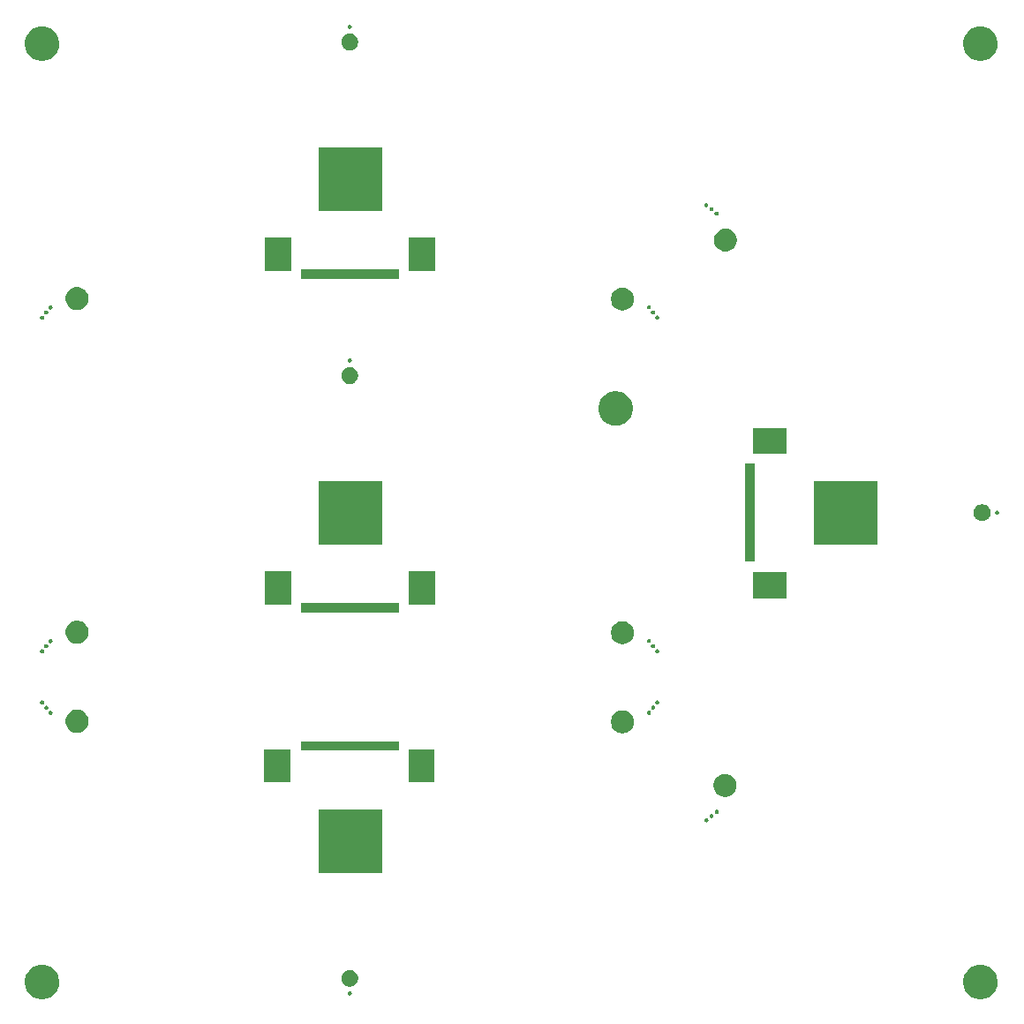
<source format=gbs>
G04 #@! TF.GenerationSoftware,KiCad,Pcbnew,5.1.2*
G04 #@! TF.CreationDate,2019-06-04T19:46:48+02:00*
G04 #@! TF.ProjectId,ohren,6f687265-6e2e-46b6-9963-61645f706362,rev?*
G04 #@! TF.SameCoordinates,Original*
G04 #@! TF.FileFunction,Soldermask,Bot*
G04 #@! TF.FilePolarity,Negative*
%FSLAX46Y46*%
G04 Gerber Fmt 4.6, Leading zero omitted, Abs format (unit mm)*
G04 Created by KiCad (PCBNEW 5.1.2) date 2019-06-04 19:46:48*
%MOMM*%
%LPD*%
G04 APERTURE LIST*
%ADD10C,0.100000*%
G04 APERTURE END LIST*
D10*
G36*
X185000000Y-153000000D02*
G01*
X179000000Y-153000000D01*
X179000000Y-147000000D01*
X185000000Y-147000000D01*
X185000000Y-153000000D01*
G37*
X185000000Y-153000000D02*
X179000000Y-153000000D01*
X179000000Y-147000000D01*
X185000000Y-147000000D01*
X185000000Y-153000000D01*
G36*
X137500000Y-184500000D02*
G01*
X131500000Y-184500000D01*
X131500000Y-178500000D01*
X137500000Y-178500000D01*
X137500000Y-184500000D01*
G37*
X137500000Y-184500000D02*
X131500000Y-184500000D01*
X131500000Y-178500000D01*
X137500000Y-178500000D01*
X137500000Y-184500000D01*
G36*
X137500000Y-121000000D02*
G01*
X131500000Y-121000000D01*
X131500000Y-115000000D01*
X137500000Y-115000000D01*
X137500000Y-121000000D01*
G37*
X137500000Y-121000000D02*
X131500000Y-121000000D01*
X131500000Y-115000000D01*
X137500000Y-115000000D01*
X137500000Y-121000000D01*
G36*
X137500000Y-153000000D02*
G01*
X131500000Y-153000000D01*
X131500000Y-147000000D01*
X137500000Y-147000000D01*
X137500000Y-153000000D01*
G37*
X137500000Y-153000000D02*
X131500000Y-153000000D01*
X131500000Y-147000000D01*
X137500000Y-147000000D01*
X137500000Y-153000000D01*
G36*
X195375256Y-193391298D02*
G01*
X195481579Y-193412447D01*
X195782042Y-193536903D01*
X196052451Y-193717585D01*
X196282415Y-193947549D01*
X196463097Y-194217958D01*
X196545277Y-194416357D01*
X196587553Y-194518422D01*
X196651000Y-194837389D01*
X196651000Y-195162611D01*
X196611769Y-195359837D01*
X196587553Y-195481579D01*
X196463097Y-195782042D01*
X196282415Y-196052451D01*
X196052451Y-196282415D01*
X195782042Y-196463097D01*
X195481579Y-196587553D01*
X195375256Y-196608702D01*
X195162611Y-196651000D01*
X194837389Y-196651000D01*
X194624744Y-196608702D01*
X194518421Y-196587553D01*
X194217958Y-196463097D01*
X193947549Y-196282415D01*
X193717585Y-196052451D01*
X193536903Y-195782042D01*
X193412447Y-195481579D01*
X193388231Y-195359837D01*
X193349000Y-195162611D01*
X193349000Y-194837389D01*
X193412447Y-194518422D01*
X193454724Y-194416357D01*
X193536903Y-194217958D01*
X193717585Y-193947549D01*
X193947549Y-193717585D01*
X194217958Y-193536903D01*
X194518421Y-193412447D01*
X194624744Y-193391298D01*
X194837389Y-193349000D01*
X195162611Y-193349000D01*
X195375256Y-193391298D01*
X195375256Y-193391298D01*
G37*
G36*
X105375256Y-193391298D02*
G01*
X105481579Y-193412447D01*
X105782042Y-193536903D01*
X106052451Y-193717585D01*
X106282415Y-193947549D01*
X106463097Y-194217958D01*
X106545277Y-194416357D01*
X106587553Y-194518422D01*
X106651000Y-194837389D01*
X106651000Y-195162611D01*
X106611769Y-195359837D01*
X106587553Y-195481579D01*
X106463097Y-195782042D01*
X106282415Y-196052451D01*
X106052451Y-196282415D01*
X105782042Y-196463097D01*
X105481579Y-196587553D01*
X105375256Y-196608702D01*
X105162611Y-196651000D01*
X104837389Y-196651000D01*
X104624744Y-196608702D01*
X104518421Y-196587553D01*
X104217958Y-196463097D01*
X103947549Y-196282415D01*
X103717585Y-196052451D01*
X103536903Y-195782042D01*
X103412447Y-195481579D01*
X103388231Y-195359837D01*
X103349000Y-195162611D01*
X103349000Y-194837389D01*
X103412447Y-194518422D01*
X103454724Y-194416357D01*
X103536903Y-194217958D01*
X103717585Y-193947549D01*
X103947549Y-193717585D01*
X104217958Y-193536903D01*
X104518421Y-193412447D01*
X104624744Y-193391298D01*
X104837389Y-193349000D01*
X105162611Y-193349000D01*
X105375256Y-193391298D01*
X105375256Y-193391298D01*
G37*
G36*
X134558626Y-195906723D02*
G01*
X134558627Y-195906723D01*
X134558630Y-195906724D01*
X134595209Y-195921876D01*
X134628130Y-195943873D01*
X134656127Y-195971870D01*
X134678124Y-196004791D01*
X134693276Y-196041370D01*
X134701000Y-196080203D01*
X134701000Y-196119797D01*
X134693276Y-196158630D01*
X134678124Y-196195209D01*
X134656127Y-196228130D01*
X134628130Y-196256127D01*
X134595209Y-196278124D01*
X134558630Y-196293276D01*
X134558627Y-196293277D01*
X134558626Y-196293277D01*
X134519798Y-196301000D01*
X134480202Y-196301000D01*
X134441374Y-196293277D01*
X134441373Y-196293277D01*
X134441370Y-196293276D01*
X134404791Y-196278124D01*
X134371870Y-196256127D01*
X134343873Y-196228130D01*
X134321876Y-196195209D01*
X134306724Y-196158630D01*
X134299000Y-196119797D01*
X134299000Y-196080203D01*
X134306724Y-196041370D01*
X134321876Y-196004791D01*
X134343873Y-195971870D01*
X134371870Y-195943873D01*
X134404791Y-195921876D01*
X134441370Y-195906724D01*
X134441373Y-195906723D01*
X134441374Y-195906723D01*
X134480202Y-195899000D01*
X134519798Y-195899000D01*
X134558626Y-195906723D01*
X134558626Y-195906723D01*
G37*
G36*
X134733642Y-193879781D02*
G01*
X134879414Y-193940162D01*
X134879416Y-193940163D01*
X135010608Y-194027822D01*
X135122178Y-194139392D01*
X135174675Y-194217960D01*
X135209838Y-194270586D01*
X135270219Y-194416358D01*
X135301000Y-194571107D01*
X135301000Y-194728893D01*
X135270219Y-194883642D01*
X135209838Y-195029414D01*
X135209837Y-195029416D01*
X135122178Y-195160608D01*
X135010608Y-195272178D01*
X134879416Y-195359837D01*
X134879415Y-195359838D01*
X134879414Y-195359838D01*
X134733642Y-195420219D01*
X134578893Y-195451000D01*
X134421107Y-195451000D01*
X134266358Y-195420219D01*
X134120586Y-195359838D01*
X134120585Y-195359838D01*
X134120584Y-195359837D01*
X133989392Y-195272178D01*
X133877822Y-195160608D01*
X133790163Y-195029416D01*
X133790162Y-195029414D01*
X133729781Y-194883642D01*
X133699000Y-194728893D01*
X133699000Y-194571107D01*
X133729781Y-194416358D01*
X133790162Y-194270586D01*
X133825325Y-194217960D01*
X133877822Y-194139392D01*
X133989392Y-194027822D01*
X134120584Y-193940163D01*
X134120586Y-193940162D01*
X134266358Y-193879781D01*
X134421107Y-193849000D01*
X134578893Y-193849000D01*
X134733642Y-193879781D01*
X134733642Y-193879781D01*
G37*
G36*
X168768626Y-179306723D02*
G01*
X168768627Y-179306723D01*
X168768630Y-179306724D01*
X168805209Y-179321876D01*
X168805210Y-179321877D01*
X168805212Y-179321878D01*
X168840445Y-179345420D01*
X168862056Y-179356971D01*
X168876372Y-179361314D01*
X168877513Y-179372900D01*
X168884626Y-179396349D01*
X168888121Y-179404787D01*
X168888124Y-179404791D01*
X168903276Y-179441370D01*
X168911000Y-179480203D01*
X168911000Y-179519797D01*
X168903276Y-179558630D01*
X168888124Y-179595209D01*
X168866127Y-179628130D01*
X168838130Y-179656127D01*
X168805209Y-179678124D01*
X168768630Y-179693276D01*
X168768627Y-179693277D01*
X168768626Y-179693277D01*
X168729798Y-179701000D01*
X168690202Y-179701000D01*
X168651374Y-179693277D01*
X168651373Y-179693277D01*
X168651370Y-179693276D01*
X168614791Y-179678124D01*
X168581870Y-179656127D01*
X168553873Y-179628130D01*
X168531876Y-179595209D01*
X168516724Y-179558630D01*
X168509000Y-179519797D01*
X168509000Y-179480203D01*
X168516724Y-179441370D01*
X168531876Y-179404791D01*
X168553873Y-179371870D01*
X168581870Y-179343873D01*
X168614791Y-179321876D01*
X168651370Y-179306724D01*
X168651373Y-179306723D01*
X168651374Y-179306723D01*
X168690202Y-179299000D01*
X168729798Y-179299000D01*
X168768626Y-179306723D01*
X168768626Y-179306723D01*
G37*
G36*
X169258626Y-178896723D02*
G01*
X169258627Y-178896723D01*
X169258630Y-178896724D01*
X169295209Y-178911876D01*
X169295210Y-178911877D01*
X169295212Y-178911878D01*
X169332817Y-178937005D01*
X169354428Y-178948556D01*
X169373009Y-178954192D01*
X169372739Y-178956929D01*
X169375141Y-178981315D01*
X169382251Y-179004754D01*
X169393276Y-179031370D01*
X169401000Y-179070203D01*
X169401000Y-179109797D01*
X169393276Y-179148630D01*
X169378124Y-179185209D01*
X169356127Y-179218130D01*
X169328130Y-179246127D01*
X169295209Y-179268124D01*
X169258630Y-179283276D01*
X169258627Y-179283277D01*
X169258626Y-179283277D01*
X169219798Y-179291000D01*
X169180202Y-179291000D01*
X169141374Y-179283277D01*
X169141373Y-179283277D01*
X169141370Y-179283276D01*
X169104791Y-179268124D01*
X169071870Y-179246127D01*
X169071869Y-179246126D01*
X169069555Y-179244580D01*
X169047944Y-179233029D01*
X169033628Y-179228686D01*
X169032487Y-179217100D01*
X169025374Y-179193651D01*
X169021879Y-179185213D01*
X169021876Y-179185209D01*
X169006724Y-179148630D01*
X168999000Y-179109797D01*
X168999000Y-179070203D01*
X169006724Y-179031370D01*
X169021876Y-178994791D01*
X169043873Y-178961870D01*
X169071870Y-178933873D01*
X169104791Y-178911876D01*
X169141370Y-178896724D01*
X169141373Y-178896723D01*
X169141374Y-178896723D01*
X169180202Y-178889000D01*
X169219798Y-178889000D01*
X169258626Y-178896723D01*
X169258626Y-178896723D01*
G37*
G36*
X169758626Y-178506723D02*
G01*
X169758627Y-178506723D01*
X169758630Y-178506724D01*
X169795209Y-178521876D01*
X169828130Y-178543873D01*
X169856127Y-178571870D01*
X169878124Y-178604791D01*
X169893276Y-178641370D01*
X169901000Y-178680203D01*
X169901000Y-178719797D01*
X169893276Y-178758630D01*
X169878124Y-178795209D01*
X169856127Y-178828130D01*
X169828130Y-178856127D01*
X169795209Y-178878124D01*
X169758630Y-178893276D01*
X169758627Y-178893277D01*
X169758626Y-178893277D01*
X169719798Y-178901000D01*
X169680202Y-178901000D01*
X169641374Y-178893277D01*
X169641373Y-178893277D01*
X169641370Y-178893276D01*
X169604791Y-178878124D01*
X169571870Y-178856127D01*
X169571869Y-178856126D01*
X169567183Y-178852995D01*
X169545572Y-178841444D01*
X169526991Y-178835808D01*
X169527261Y-178833071D01*
X169524859Y-178808685D01*
X169517749Y-178785246D01*
X169506724Y-178758630D01*
X169499000Y-178719797D01*
X169499000Y-178680203D01*
X169506724Y-178641370D01*
X169521876Y-178604791D01*
X169543873Y-178571870D01*
X169571870Y-178543873D01*
X169604791Y-178521876D01*
X169641370Y-178506724D01*
X169641373Y-178506723D01*
X169641374Y-178506723D01*
X169680202Y-178499000D01*
X169719798Y-178499000D01*
X169758626Y-178506723D01*
X169758626Y-178506723D01*
G37*
G36*
X170714794Y-175070155D02*
G01*
X170821150Y-175091311D01*
X170921334Y-175132809D01*
X171021520Y-175174307D01*
X171201844Y-175294795D01*
X171355205Y-175448156D01*
X171475693Y-175628480D01*
X171558689Y-175828851D01*
X171601000Y-176041560D01*
X171601000Y-176258440D01*
X171558689Y-176471149D01*
X171475693Y-176671520D01*
X171355205Y-176851844D01*
X171201844Y-177005205D01*
X171021520Y-177125693D01*
X170821150Y-177208689D01*
X170714795Y-177229844D01*
X170608440Y-177251000D01*
X170391560Y-177251000D01*
X170285205Y-177229844D01*
X170178850Y-177208689D01*
X169978480Y-177125693D01*
X169798156Y-177005205D01*
X169644795Y-176851844D01*
X169524307Y-176671520D01*
X169441311Y-176471149D01*
X169399000Y-176258440D01*
X169399000Y-176041560D01*
X169441311Y-175828851D01*
X169524307Y-175628480D01*
X169644795Y-175448156D01*
X169798156Y-175294795D01*
X169978480Y-175174307D01*
X170178850Y-175091311D01*
X170285206Y-175070155D01*
X170391560Y-175049000D01*
X170608440Y-175049000D01*
X170714794Y-175070155D01*
X170714794Y-175070155D01*
G37*
G36*
X142621000Y-175861000D02*
G01*
X140119000Y-175861000D01*
X140119000Y-172709000D01*
X142621000Y-172709000D01*
X142621000Y-175861000D01*
X142621000Y-175861000D01*
G37*
G36*
X128811000Y-175861000D02*
G01*
X126309000Y-175861000D01*
X126309000Y-172709000D01*
X128811000Y-172709000D01*
X128811000Y-175861000D01*
X128811000Y-175861000D01*
G37*
G36*
X139211000Y-172811000D02*
G01*
X129809000Y-172811000D01*
X129809000Y-171909000D01*
X139211000Y-171909000D01*
X139211000Y-172811000D01*
X139211000Y-172811000D01*
G37*
G36*
X160864794Y-168970155D02*
G01*
X160971150Y-168991311D01*
X161171520Y-169074307D01*
X161351844Y-169194795D01*
X161505205Y-169348156D01*
X161625693Y-169528480D01*
X161625693Y-169528481D01*
X161687979Y-169678851D01*
X161708689Y-169728851D01*
X161751000Y-169941560D01*
X161751000Y-170158440D01*
X161708689Y-170371149D01*
X161625693Y-170571520D01*
X161505205Y-170751844D01*
X161351844Y-170905205D01*
X161171520Y-171025693D01*
X161091860Y-171058689D01*
X160971150Y-171108689D01*
X160864795Y-171129844D01*
X160758440Y-171151000D01*
X160541560Y-171151000D01*
X160435205Y-171129844D01*
X160328850Y-171108689D01*
X160208140Y-171058689D01*
X160128480Y-171025693D01*
X159948156Y-170905205D01*
X159794795Y-170751844D01*
X159674307Y-170571520D01*
X159591311Y-170371149D01*
X159549000Y-170158440D01*
X159549000Y-169941560D01*
X159591311Y-169728851D01*
X159612022Y-169678851D01*
X159674307Y-169528481D01*
X159674307Y-169528480D01*
X159794795Y-169348156D01*
X159948156Y-169194795D01*
X160128480Y-169074307D01*
X160328850Y-168991311D01*
X160435206Y-168970155D01*
X160541560Y-168949000D01*
X160758440Y-168949000D01*
X160864794Y-168970155D01*
X160864794Y-168970155D01*
G37*
G36*
X108564795Y-168920156D02*
G01*
X108671150Y-168941311D01*
X108871520Y-169024307D01*
X109051844Y-169144795D01*
X109205205Y-169298156D01*
X109325693Y-169478480D01*
X109346404Y-169528481D01*
X109408689Y-169678850D01*
X109451000Y-169891561D01*
X109451000Y-170108439D01*
X109408689Y-170321150D01*
X109387978Y-170371150D01*
X109325693Y-170521520D01*
X109205205Y-170701844D01*
X109051844Y-170855205D01*
X108871520Y-170975693D01*
X108771334Y-171017191D01*
X108671150Y-171058689D01*
X108564794Y-171079845D01*
X108458440Y-171101000D01*
X108241560Y-171101000D01*
X108135206Y-171079845D01*
X108028850Y-171058689D01*
X107928666Y-171017191D01*
X107828480Y-170975693D01*
X107648156Y-170855205D01*
X107494795Y-170701844D01*
X107374307Y-170521520D01*
X107312022Y-170371150D01*
X107291311Y-170321150D01*
X107249000Y-170108439D01*
X107249000Y-169891561D01*
X107291311Y-169678850D01*
X107353596Y-169528481D01*
X107374307Y-169478480D01*
X107494795Y-169298156D01*
X107648156Y-169144795D01*
X107828480Y-169024307D01*
X108028850Y-168941311D01*
X108135205Y-168920156D01*
X108241560Y-168899000D01*
X108458440Y-168899000D01*
X108564795Y-168920156D01*
X108564795Y-168920156D01*
G37*
G36*
X105858626Y-169006723D02*
G01*
X105858627Y-169006723D01*
X105858630Y-169006724D01*
X105895209Y-169021876D01*
X105928130Y-169043873D01*
X105956127Y-169071870D01*
X105978124Y-169104791D01*
X105993276Y-169141370D01*
X106001000Y-169180203D01*
X106001000Y-169219797D01*
X105993276Y-169258630D01*
X105978124Y-169295209D01*
X105956127Y-169328130D01*
X105928130Y-169356127D01*
X105895209Y-169378124D01*
X105858630Y-169393276D01*
X105858627Y-169393277D01*
X105858626Y-169393277D01*
X105819798Y-169401000D01*
X105780202Y-169401000D01*
X105741374Y-169393277D01*
X105741373Y-169393277D01*
X105741370Y-169393276D01*
X105704791Y-169378124D01*
X105671870Y-169356127D01*
X105643873Y-169328130D01*
X105621876Y-169295209D01*
X105606724Y-169258630D01*
X105599000Y-169219797D01*
X105599000Y-169180203D01*
X105606724Y-169141370D01*
X105621876Y-169104791D01*
X105643873Y-169071870D01*
X105643874Y-169071869D01*
X105647005Y-169067183D01*
X105658556Y-169045572D01*
X105664192Y-169026991D01*
X105666929Y-169027261D01*
X105691315Y-169024859D01*
X105714754Y-169017749D01*
X105741370Y-169006724D01*
X105741373Y-169006723D01*
X105741374Y-169006723D01*
X105780202Y-168999000D01*
X105819798Y-168999000D01*
X105858626Y-169006723D01*
X105858626Y-169006723D01*
G37*
G36*
X163258626Y-168996723D02*
G01*
X163258627Y-168996723D01*
X163258630Y-168996724D01*
X163295209Y-169011876D01*
X163295213Y-169011879D01*
X163303651Y-169015374D01*
X163327100Y-169022487D01*
X163338686Y-169023628D01*
X163343029Y-169037944D01*
X163354580Y-169059555D01*
X163356127Y-169061870D01*
X163378124Y-169094791D01*
X163393276Y-169131370D01*
X163401000Y-169170203D01*
X163401000Y-169209797D01*
X163393276Y-169248630D01*
X163378124Y-169285209D01*
X163356127Y-169318130D01*
X163328130Y-169346127D01*
X163295209Y-169368124D01*
X163258630Y-169383276D01*
X163258627Y-169383277D01*
X163258626Y-169383277D01*
X163219798Y-169391000D01*
X163180202Y-169391000D01*
X163141374Y-169383277D01*
X163141373Y-169383277D01*
X163141370Y-169383276D01*
X163104791Y-169368124D01*
X163071870Y-169346127D01*
X163043873Y-169318130D01*
X163021876Y-169285209D01*
X163006724Y-169248630D01*
X162999000Y-169209797D01*
X162999000Y-169170203D01*
X163006724Y-169131370D01*
X163021876Y-169094791D01*
X163043873Y-169061870D01*
X163071870Y-169033873D01*
X163104791Y-169011876D01*
X163141370Y-168996724D01*
X163141373Y-168996723D01*
X163141374Y-168996723D01*
X163180202Y-168989000D01*
X163219798Y-168989000D01*
X163258626Y-168996723D01*
X163258626Y-168996723D01*
G37*
G36*
X105468626Y-168506723D02*
G01*
X105468627Y-168506723D01*
X105468630Y-168506724D01*
X105505209Y-168521876D01*
X105538130Y-168543873D01*
X105566127Y-168571870D01*
X105588124Y-168604791D01*
X105603276Y-168641370D01*
X105611000Y-168680203D01*
X105611000Y-168719797D01*
X105603276Y-168758630D01*
X105588124Y-168795209D01*
X105588122Y-168795212D01*
X105562995Y-168832817D01*
X105551444Y-168854428D01*
X105545808Y-168873009D01*
X105543071Y-168872739D01*
X105518685Y-168875141D01*
X105495246Y-168882251D01*
X105468630Y-168893276D01*
X105468627Y-168893277D01*
X105468626Y-168893277D01*
X105429798Y-168901000D01*
X105390202Y-168901000D01*
X105351374Y-168893277D01*
X105351373Y-168893277D01*
X105351370Y-168893276D01*
X105314791Y-168878124D01*
X105281870Y-168856127D01*
X105253873Y-168828130D01*
X105231876Y-168795209D01*
X105216724Y-168758630D01*
X105209000Y-168719797D01*
X105209000Y-168680203D01*
X105216724Y-168641370D01*
X105231876Y-168604791D01*
X105253873Y-168571870D01*
X105255420Y-168569555D01*
X105266971Y-168547944D01*
X105271314Y-168533628D01*
X105282900Y-168532487D01*
X105306349Y-168525374D01*
X105314787Y-168521879D01*
X105314791Y-168521876D01*
X105351370Y-168506724D01*
X105351373Y-168506723D01*
X105351374Y-168506723D01*
X105390202Y-168499000D01*
X105429798Y-168499000D01*
X105468626Y-168506723D01*
X105468626Y-168506723D01*
G37*
G36*
X163668626Y-168506723D02*
G01*
X163668627Y-168506723D01*
X163668630Y-168506724D01*
X163695246Y-168517749D01*
X163718685Y-168524859D01*
X163743071Y-168527261D01*
X163745808Y-168526991D01*
X163751444Y-168545572D01*
X163762995Y-168567183D01*
X163766126Y-168571869D01*
X163766127Y-168571870D01*
X163788124Y-168604791D01*
X163803276Y-168641370D01*
X163811000Y-168680203D01*
X163811000Y-168719797D01*
X163803276Y-168758630D01*
X163788124Y-168795209D01*
X163766127Y-168828130D01*
X163738130Y-168856127D01*
X163705209Y-168878124D01*
X163668630Y-168893276D01*
X163668627Y-168893277D01*
X163668626Y-168893277D01*
X163629798Y-168901000D01*
X163590202Y-168901000D01*
X163551374Y-168893277D01*
X163551373Y-168893277D01*
X163551370Y-168893276D01*
X163514791Y-168878124D01*
X163514787Y-168878121D01*
X163506349Y-168874626D01*
X163482900Y-168867513D01*
X163471314Y-168866372D01*
X163466971Y-168852056D01*
X163455420Y-168830445D01*
X163431878Y-168795212D01*
X163431876Y-168795209D01*
X163416724Y-168758630D01*
X163409000Y-168719797D01*
X163409000Y-168680203D01*
X163416724Y-168641370D01*
X163431876Y-168604791D01*
X163453873Y-168571870D01*
X163481870Y-168543873D01*
X163514791Y-168521876D01*
X163551370Y-168506724D01*
X163551373Y-168506723D01*
X163551374Y-168506723D01*
X163590202Y-168499000D01*
X163629798Y-168499000D01*
X163668626Y-168506723D01*
X163668626Y-168506723D01*
G37*
G36*
X105058626Y-168016723D02*
G01*
X105058627Y-168016723D01*
X105058630Y-168016724D01*
X105095209Y-168031876D01*
X105128130Y-168053873D01*
X105156127Y-168081870D01*
X105178124Y-168114791D01*
X105193276Y-168151370D01*
X105201000Y-168190203D01*
X105201000Y-168229797D01*
X105193276Y-168268630D01*
X105178124Y-168305209D01*
X105178122Y-168305212D01*
X105154580Y-168340445D01*
X105143029Y-168362056D01*
X105138686Y-168376372D01*
X105127100Y-168377513D01*
X105103651Y-168384626D01*
X105095213Y-168388121D01*
X105095209Y-168388124D01*
X105058630Y-168403276D01*
X105058627Y-168403277D01*
X105058626Y-168403277D01*
X105019798Y-168411000D01*
X104980202Y-168411000D01*
X104941374Y-168403277D01*
X104941373Y-168403277D01*
X104941370Y-168403276D01*
X104904791Y-168388124D01*
X104871870Y-168366127D01*
X104843873Y-168338130D01*
X104821876Y-168305209D01*
X104806724Y-168268630D01*
X104799000Y-168229797D01*
X104799000Y-168190203D01*
X104806724Y-168151370D01*
X104821876Y-168114791D01*
X104843873Y-168081870D01*
X104871870Y-168053873D01*
X104904791Y-168031876D01*
X104941370Y-168016724D01*
X104941373Y-168016723D01*
X104941374Y-168016723D01*
X104980202Y-168009000D01*
X105019798Y-168009000D01*
X105058626Y-168016723D01*
X105058626Y-168016723D01*
G37*
G36*
X164058626Y-168006723D02*
G01*
X164058627Y-168006723D01*
X164058630Y-168006724D01*
X164095209Y-168021876D01*
X164128130Y-168043873D01*
X164156127Y-168071870D01*
X164178124Y-168104791D01*
X164193276Y-168141370D01*
X164201000Y-168180203D01*
X164201000Y-168219797D01*
X164193276Y-168258630D01*
X164178124Y-168295209D01*
X164156127Y-168328130D01*
X164128130Y-168356127D01*
X164095209Y-168378124D01*
X164058630Y-168393276D01*
X164058627Y-168393277D01*
X164058626Y-168393277D01*
X164019798Y-168401000D01*
X163980202Y-168401000D01*
X163941374Y-168393277D01*
X163941373Y-168393277D01*
X163941370Y-168393276D01*
X163914754Y-168382251D01*
X163891315Y-168375141D01*
X163866929Y-168372739D01*
X163864192Y-168373009D01*
X163858556Y-168354428D01*
X163847005Y-168332817D01*
X163821878Y-168295212D01*
X163821876Y-168295209D01*
X163806724Y-168258630D01*
X163799000Y-168219797D01*
X163799000Y-168180203D01*
X163806724Y-168141370D01*
X163821876Y-168104791D01*
X163843873Y-168071870D01*
X163871870Y-168043873D01*
X163904791Y-168021876D01*
X163941370Y-168006724D01*
X163941373Y-168006723D01*
X163941374Y-168006723D01*
X163980202Y-167999000D01*
X164019798Y-167999000D01*
X164058626Y-168006723D01*
X164058626Y-168006723D01*
G37*
G36*
X105058626Y-163106723D02*
G01*
X105058627Y-163106723D01*
X105058630Y-163106724D01*
X105085246Y-163117749D01*
X105108685Y-163124859D01*
X105133071Y-163127261D01*
X105135808Y-163126991D01*
X105141444Y-163145572D01*
X105152995Y-163167183D01*
X105156126Y-163171869D01*
X105156127Y-163171870D01*
X105178124Y-163204791D01*
X105193276Y-163241370D01*
X105201000Y-163280203D01*
X105201000Y-163319797D01*
X105193276Y-163358630D01*
X105178124Y-163395209D01*
X105156127Y-163428130D01*
X105128130Y-163456127D01*
X105095209Y-163478124D01*
X105058630Y-163493276D01*
X105058627Y-163493277D01*
X105058626Y-163493277D01*
X105019798Y-163501000D01*
X104980202Y-163501000D01*
X104941374Y-163493277D01*
X104941373Y-163493277D01*
X104941370Y-163493276D01*
X104904791Y-163478124D01*
X104871870Y-163456127D01*
X104843873Y-163428130D01*
X104821876Y-163395209D01*
X104806724Y-163358630D01*
X104799000Y-163319797D01*
X104799000Y-163280203D01*
X104806724Y-163241370D01*
X104821876Y-163204791D01*
X104843873Y-163171870D01*
X104871870Y-163143873D01*
X104904791Y-163121876D01*
X104941370Y-163106724D01*
X104941373Y-163106723D01*
X104941374Y-163106723D01*
X104980202Y-163099000D01*
X105019798Y-163099000D01*
X105058626Y-163106723D01*
X105058626Y-163106723D01*
G37*
G36*
X164058626Y-163096723D02*
G01*
X164058627Y-163096723D01*
X164058630Y-163096724D01*
X164095209Y-163111876D01*
X164128130Y-163133873D01*
X164156127Y-163161870D01*
X164178124Y-163194791D01*
X164193276Y-163231370D01*
X164201000Y-163270203D01*
X164201000Y-163309797D01*
X164193276Y-163348630D01*
X164178124Y-163385209D01*
X164156127Y-163418130D01*
X164128130Y-163446127D01*
X164095209Y-163468124D01*
X164058630Y-163483276D01*
X164058627Y-163483277D01*
X164058626Y-163483277D01*
X164019798Y-163491000D01*
X163980202Y-163491000D01*
X163941374Y-163483277D01*
X163941373Y-163483277D01*
X163941370Y-163483276D01*
X163904791Y-163468124D01*
X163871870Y-163446127D01*
X163843873Y-163418130D01*
X163821876Y-163385209D01*
X163806724Y-163348630D01*
X163799000Y-163309797D01*
X163799000Y-163270203D01*
X163806724Y-163231370D01*
X163821876Y-163194791D01*
X163843873Y-163161870D01*
X163845420Y-163159555D01*
X163856971Y-163137944D01*
X163861314Y-163123628D01*
X163872900Y-163122487D01*
X163896349Y-163115374D01*
X163904787Y-163111879D01*
X163904791Y-163111876D01*
X163941370Y-163096724D01*
X163941373Y-163096723D01*
X163941374Y-163096723D01*
X163980202Y-163089000D01*
X164019798Y-163089000D01*
X164058626Y-163096723D01*
X164058626Y-163096723D01*
G37*
G36*
X105448626Y-162606723D02*
G01*
X105448627Y-162606723D01*
X105448630Y-162606724D01*
X105485209Y-162621876D01*
X105485213Y-162621879D01*
X105493651Y-162625374D01*
X105517100Y-162632487D01*
X105528686Y-162633628D01*
X105533029Y-162647944D01*
X105544580Y-162669555D01*
X105546127Y-162671870D01*
X105568124Y-162704791D01*
X105583276Y-162741370D01*
X105591000Y-162780203D01*
X105591000Y-162819797D01*
X105583276Y-162858630D01*
X105568124Y-162895209D01*
X105546127Y-162928130D01*
X105518130Y-162956127D01*
X105485209Y-162978124D01*
X105448630Y-162993276D01*
X105448627Y-162993277D01*
X105448626Y-162993277D01*
X105409798Y-163001000D01*
X105370202Y-163001000D01*
X105331374Y-162993277D01*
X105331373Y-162993277D01*
X105331370Y-162993276D01*
X105304754Y-162982251D01*
X105281315Y-162975141D01*
X105256929Y-162972739D01*
X105254192Y-162973009D01*
X105248556Y-162954428D01*
X105237005Y-162932817D01*
X105211878Y-162895212D01*
X105211876Y-162895209D01*
X105196724Y-162858630D01*
X105189000Y-162819797D01*
X105189000Y-162780203D01*
X105196724Y-162741370D01*
X105211876Y-162704791D01*
X105233873Y-162671870D01*
X105261870Y-162643873D01*
X105294791Y-162621876D01*
X105331370Y-162606724D01*
X105331373Y-162606723D01*
X105331374Y-162606723D01*
X105370202Y-162599000D01*
X105409798Y-162599000D01*
X105448626Y-162606723D01*
X105448626Y-162606723D01*
G37*
G36*
X163648626Y-162606723D02*
G01*
X163648627Y-162606723D01*
X163648630Y-162606724D01*
X163685209Y-162621876D01*
X163718130Y-162643873D01*
X163746127Y-162671870D01*
X163768124Y-162704791D01*
X163783276Y-162741370D01*
X163791000Y-162780203D01*
X163791000Y-162819797D01*
X163783276Y-162858630D01*
X163768124Y-162895209D01*
X163768122Y-162895212D01*
X163744580Y-162930445D01*
X163733029Y-162952056D01*
X163728686Y-162966372D01*
X163717100Y-162967513D01*
X163693651Y-162974626D01*
X163685213Y-162978121D01*
X163685209Y-162978124D01*
X163648630Y-162993276D01*
X163648627Y-162993277D01*
X163648626Y-162993277D01*
X163609798Y-163001000D01*
X163570202Y-163001000D01*
X163531374Y-162993277D01*
X163531373Y-162993277D01*
X163531370Y-162993276D01*
X163494791Y-162978124D01*
X163461870Y-162956127D01*
X163433873Y-162928130D01*
X163411876Y-162895209D01*
X163396724Y-162858630D01*
X163389000Y-162819797D01*
X163389000Y-162780203D01*
X163396724Y-162741370D01*
X163411876Y-162704791D01*
X163433873Y-162671870D01*
X163433874Y-162671869D01*
X163437005Y-162667183D01*
X163448556Y-162645572D01*
X163454192Y-162626991D01*
X163456929Y-162627261D01*
X163481315Y-162624859D01*
X163504754Y-162617749D01*
X163531370Y-162606724D01*
X163531373Y-162606723D01*
X163531374Y-162606723D01*
X163570202Y-162599000D01*
X163609798Y-162599000D01*
X163648626Y-162606723D01*
X163648626Y-162606723D01*
G37*
G36*
X160864794Y-160420155D02*
G01*
X160971150Y-160441311D01*
X161050809Y-160474307D01*
X161171520Y-160524307D01*
X161351844Y-160644795D01*
X161505205Y-160798156D01*
X161625693Y-160978480D01*
X161625693Y-160978481D01*
X161687979Y-161128851D01*
X161708689Y-161178851D01*
X161751000Y-161391560D01*
X161751000Y-161608440D01*
X161708689Y-161821149D01*
X161625693Y-162021520D01*
X161505205Y-162201844D01*
X161351844Y-162355205D01*
X161171520Y-162475693D01*
X161129068Y-162493277D01*
X160971150Y-162558689D01*
X160864795Y-162579844D01*
X160758440Y-162601000D01*
X160541560Y-162601000D01*
X160435205Y-162579844D01*
X160328850Y-162558689D01*
X160170932Y-162493277D01*
X160128480Y-162475693D01*
X159948156Y-162355205D01*
X159794795Y-162201844D01*
X159674307Y-162021520D01*
X159591311Y-161821149D01*
X159549000Y-161608440D01*
X159549000Y-161391560D01*
X159591311Y-161178851D01*
X159612022Y-161128851D01*
X159674307Y-160978481D01*
X159674307Y-160978480D01*
X159794795Y-160798156D01*
X159948156Y-160644795D01*
X160128480Y-160524307D01*
X160249191Y-160474307D01*
X160328850Y-160441311D01*
X160435206Y-160420155D01*
X160541560Y-160399000D01*
X160758440Y-160399000D01*
X160864794Y-160420155D01*
X160864794Y-160420155D01*
G37*
G36*
X108564794Y-160370155D02*
G01*
X108671150Y-160391311D01*
X108871520Y-160474307D01*
X109051844Y-160594795D01*
X109205205Y-160748156D01*
X109325693Y-160928480D01*
X109346404Y-160978481D01*
X109408689Y-161128850D01*
X109451000Y-161341561D01*
X109451000Y-161558439D01*
X109408689Y-161771150D01*
X109387978Y-161821150D01*
X109325693Y-161971520D01*
X109205205Y-162151844D01*
X109051844Y-162305205D01*
X108871520Y-162425693D01*
X108773906Y-162466126D01*
X108671150Y-162508689D01*
X108564795Y-162529844D01*
X108458440Y-162551000D01*
X108241560Y-162551000D01*
X108135205Y-162529844D01*
X108028850Y-162508689D01*
X107926094Y-162466126D01*
X107828480Y-162425693D01*
X107648156Y-162305205D01*
X107494795Y-162151844D01*
X107374307Y-161971520D01*
X107312022Y-161821150D01*
X107291311Y-161771150D01*
X107249000Y-161558439D01*
X107249000Y-161341561D01*
X107291311Y-161128850D01*
X107353596Y-160978481D01*
X107374307Y-160928480D01*
X107494795Y-160748156D01*
X107648156Y-160594795D01*
X107828480Y-160474307D01*
X108028850Y-160391311D01*
X108135206Y-160370155D01*
X108241560Y-160349000D01*
X108458440Y-160349000D01*
X108564794Y-160370155D01*
X108564794Y-160370155D01*
G37*
G36*
X105858626Y-162116723D02*
G01*
X105858627Y-162116723D01*
X105858630Y-162116724D01*
X105895209Y-162131876D01*
X105928130Y-162153873D01*
X105956127Y-162181870D01*
X105978124Y-162214791D01*
X105993276Y-162251370D01*
X106001000Y-162290203D01*
X106001000Y-162329797D01*
X105993276Y-162368630D01*
X105978124Y-162405209D01*
X105956127Y-162438130D01*
X105928130Y-162466127D01*
X105895209Y-162488124D01*
X105858630Y-162503276D01*
X105858627Y-162503277D01*
X105858626Y-162503277D01*
X105819798Y-162511000D01*
X105780202Y-162511000D01*
X105741374Y-162503277D01*
X105741373Y-162503277D01*
X105741370Y-162503276D01*
X105704791Y-162488124D01*
X105704787Y-162488121D01*
X105696349Y-162484626D01*
X105672900Y-162477513D01*
X105661314Y-162476372D01*
X105656971Y-162462056D01*
X105645420Y-162440445D01*
X105621878Y-162405212D01*
X105621876Y-162405209D01*
X105606724Y-162368630D01*
X105599000Y-162329797D01*
X105599000Y-162290203D01*
X105606724Y-162251370D01*
X105621876Y-162214791D01*
X105643873Y-162181870D01*
X105671870Y-162153873D01*
X105704791Y-162131876D01*
X105741370Y-162116724D01*
X105741373Y-162116723D01*
X105741374Y-162116723D01*
X105780202Y-162109000D01*
X105819798Y-162109000D01*
X105858626Y-162116723D01*
X105858626Y-162116723D01*
G37*
G36*
X163258626Y-162106723D02*
G01*
X163258627Y-162106723D01*
X163258630Y-162106724D01*
X163295209Y-162121876D01*
X163328130Y-162143873D01*
X163356127Y-162171870D01*
X163378124Y-162204791D01*
X163393276Y-162241370D01*
X163401000Y-162280203D01*
X163401000Y-162319797D01*
X163393276Y-162358630D01*
X163378124Y-162395209D01*
X163378122Y-162395212D01*
X163352995Y-162432817D01*
X163341444Y-162454428D01*
X163335808Y-162473009D01*
X163333071Y-162472739D01*
X163308685Y-162475141D01*
X163285246Y-162482251D01*
X163258630Y-162493276D01*
X163258627Y-162493277D01*
X163258626Y-162493277D01*
X163219798Y-162501000D01*
X163180202Y-162501000D01*
X163141374Y-162493277D01*
X163141373Y-162493277D01*
X163141370Y-162493276D01*
X163104791Y-162478124D01*
X163071870Y-162456127D01*
X163043873Y-162428130D01*
X163021876Y-162395209D01*
X163006724Y-162358630D01*
X162999000Y-162319797D01*
X162999000Y-162280203D01*
X163006724Y-162241370D01*
X163021876Y-162204791D01*
X163043873Y-162171870D01*
X163071870Y-162143873D01*
X163104791Y-162121876D01*
X163141370Y-162106724D01*
X163141373Y-162106723D01*
X163141374Y-162106723D01*
X163180202Y-162099000D01*
X163219798Y-162099000D01*
X163258626Y-162106723D01*
X163258626Y-162106723D01*
G37*
G36*
X139191000Y-159591000D02*
G01*
X129789000Y-159591000D01*
X129789000Y-158689000D01*
X139191000Y-158689000D01*
X139191000Y-159591000D01*
X139191000Y-159591000D01*
G37*
G36*
X128881000Y-158791000D02*
G01*
X126379000Y-158791000D01*
X126379000Y-155639000D01*
X128881000Y-155639000D01*
X128881000Y-158791000D01*
X128881000Y-158791000D01*
G37*
G36*
X142691000Y-158791000D02*
G01*
X140189000Y-158791000D01*
X140189000Y-155639000D01*
X142691000Y-155639000D01*
X142691000Y-158791000D01*
X142691000Y-158791000D01*
G37*
G36*
X176361000Y-158191000D02*
G01*
X173209000Y-158191000D01*
X173209000Y-155689000D01*
X176361000Y-155689000D01*
X176361000Y-158191000D01*
X176361000Y-158191000D01*
G37*
G36*
X173311000Y-154691000D02*
G01*
X172409000Y-154691000D01*
X172409000Y-145289000D01*
X173311000Y-145289000D01*
X173311000Y-154691000D01*
X173311000Y-154691000D01*
G37*
G36*
X195383642Y-149229781D02*
G01*
X195529414Y-149290162D01*
X195529416Y-149290163D01*
X195660608Y-149377822D01*
X195772178Y-149489392D01*
X195859837Y-149620584D01*
X195859838Y-149620586D01*
X195920219Y-149766358D01*
X195951000Y-149921107D01*
X195951000Y-150078893D01*
X195920219Y-150233642D01*
X195859838Y-150379414D01*
X195859837Y-150379416D01*
X195772178Y-150510608D01*
X195660608Y-150622178D01*
X195529416Y-150709837D01*
X195529415Y-150709838D01*
X195529414Y-150709838D01*
X195383642Y-150770219D01*
X195228893Y-150801000D01*
X195071107Y-150801000D01*
X194916358Y-150770219D01*
X194770586Y-150709838D01*
X194770585Y-150709838D01*
X194770584Y-150709837D01*
X194639392Y-150622178D01*
X194527822Y-150510608D01*
X194440163Y-150379416D01*
X194440162Y-150379414D01*
X194379781Y-150233642D01*
X194349000Y-150078893D01*
X194349000Y-149921107D01*
X194379781Y-149766358D01*
X194440162Y-149620586D01*
X194440163Y-149620584D01*
X194527822Y-149489392D01*
X194639392Y-149377822D01*
X194770584Y-149290163D01*
X194770586Y-149290162D01*
X194916358Y-149229781D01*
X195071107Y-149199000D01*
X195228893Y-149199000D01*
X195383642Y-149229781D01*
X195383642Y-149229781D01*
G37*
G36*
X196658626Y-149806723D02*
G01*
X196658627Y-149806723D01*
X196658630Y-149806724D01*
X196695209Y-149821876D01*
X196728130Y-149843873D01*
X196756127Y-149871870D01*
X196778124Y-149904791D01*
X196793276Y-149941370D01*
X196801000Y-149980203D01*
X196801000Y-150019797D01*
X196793276Y-150058630D01*
X196778124Y-150095209D01*
X196756127Y-150128130D01*
X196728130Y-150156127D01*
X196695209Y-150178124D01*
X196658630Y-150193276D01*
X196658627Y-150193277D01*
X196658626Y-150193277D01*
X196619798Y-150201000D01*
X196580202Y-150201000D01*
X196541374Y-150193277D01*
X196541373Y-150193277D01*
X196541370Y-150193276D01*
X196504791Y-150178124D01*
X196471870Y-150156127D01*
X196443873Y-150128130D01*
X196421876Y-150095209D01*
X196406724Y-150058630D01*
X196399000Y-150019797D01*
X196399000Y-149980203D01*
X196406724Y-149941370D01*
X196421876Y-149904791D01*
X196443873Y-149871870D01*
X196471870Y-149843873D01*
X196504791Y-149821876D01*
X196541370Y-149806724D01*
X196541373Y-149806723D01*
X196541374Y-149806723D01*
X196580202Y-149799000D01*
X196619798Y-149799000D01*
X196658626Y-149806723D01*
X196658626Y-149806723D01*
G37*
G36*
X176361000Y-144381000D02*
G01*
X173209000Y-144381000D01*
X173209000Y-141879000D01*
X176361000Y-141879000D01*
X176361000Y-144381000D01*
X176361000Y-144381000D01*
G37*
G36*
X160375256Y-138391298D02*
G01*
X160481579Y-138412447D01*
X160782042Y-138536903D01*
X161052451Y-138717585D01*
X161282415Y-138947549D01*
X161463097Y-139217958D01*
X161587553Y-139518421D01*
X161651000Y-139837391D01*
X161651000Y-140162609D01*
X161587553Y-140481579D01*
X161463097Y-140782042D01*
X161282415Y-141052451D01*
X161052451Y-141282415D01*
X160782042Y-141463097D01*
X160481579Y-141587553D01*
X160375256Y-141608702D01*
X160162611Y-141651000D01*
X159837389Y-141651000D01*
X159624744Y-141608702D01*
X159518421Y-141587553D01*
X159217958Y-141463097D01*
X158947549Y-141282415D01*
X158717585Y-141052451D01*
X158536903Y-140782042D01*
X158412447Y-140481579D01*
X158349000Y-140162609D01*
X158349000Y-139837391D01*
X158412447Y-139518421D01*
X158536903Y-139217958D01*
X158717585Y-138947549D01*
X158947549Y-138717585D01*
X159217958Y-138536903D01*
X159518421Y-138412447D01*
X159624744Y-138391298D01*
X159837389Y-138349000D01*
X160162611Y-138349000D01*
X160375256Y-138391298D01*
X160375256Y-138391298D01*
G37*
G36*
X134733642Y-136079781D02*
G01*
X134879414Y-136140162D01*
X134879416Y-136140163D01*
X135010608Y-136227822D01*
X135122178Y-136339392D01*
X135209837Y-136470584D01*
X135209838Y-136470586D01*
X135270219Y-136616358D01*
X135301000Y-136771107D01*
X135301000Y-136928893D01*
X135270219Y-137083642D01*
X135209838Y-137229414D01*
X135209837Y-137229416D01*
X135122178Y-137360608D01*
X135010608Y-137472178D01*
X134879416Y-137559837D01*
X134879415Y-137559838D01*
X134879414Y-137559838D01*
X134733642Y-137620219D01*
X134578893Y-137651000D01*
X134421107Y-137651000D01*
X134266358Y-137620219D01*
X134120586Y-137559838D01*
X134120585Y-137559838D01*
X134120584Y-137559837D01*
X133989392Y-137472178D01*
X133877822Y-137360608D01*
X133790163Y-137229416D01*
X133790162Y-137229414D01*
X133729781Y-137083642D01*
X133699000Y-136928893D01*
X133699000Y-136771107D01*
X133729781Y-136616358D01*
X133790162Y-136470586D01*
X133790163Y-136470584D01*
X133877822Y-136339392D01*
X133989392Y-136227822D01*
X134120584Y-136140163D01*
X134120586Y-136140162D01*
X134266358Y-136079781D01*
X134421107Y-136049000D01*
X134578893Y-136049000D01*
X134733642Y-136079781D01*
X134733642Y-136079781D01*
G37*
G36*
X134558626Y-135206723D02*
G01*
X134558627Y-135206723D01*
X134558630Y-135206724D01*
X134595209Y-135221876D01*
X134628130Y-135243873D01*
X134656127Y-135271870D01*
X134678124Y-135304791D01*
X134693276Y-135341370D01*
X134701000Y-135380203D01*
X134701000Y-135419797D01*
X134693276Y-135458630D01*
X134678124Y-135495209D01*
X134656127Y-135528130D01*
X134628130Y-135556127D01*
X134595209Y-135578124D01*
X134558630Y-135593276D01*
X134558627Y-135593277D01*
X134558626Y-135593277D01*
X134519798Y-135601000D01*
X134480202Y-135601000D01*
X134441374Y-135593277D01*
X134441373Y-135593277D01*
X134441370Y-135593276D01*
X134404791Y-135578124D01*
X134371870Y-135556127D01*
X134343873Y-135528130D01*
X134321876Y-135495209D01*
X134306724Y-135458630D01*
X134299000Y-135419797D01*
X134299000Y-135380203D01*
X134306724Y-135341370D01*
X134321876Y-135304791D01*
X134343873Y-135271870D01*
X134371870Y-135243873D01*
X134404791Y-135221876D01*
X134441370Y-135206724D01*
X134441373Y-135206723D01*
X134441374Y-135206723D01*
X134480202Y-135199000D01*
X134519798Y-135199000D01*
X134558626Y-135206723D01*
X134558626Y-135206723D01*
G37*
G36*
X105058626Y-131106723D02*
G01*
X105058627Y-131106723D01*
X105058630Y-131106724D01*
X105085246Y-131117749D01*
X105108685Y-131124859D01*
X105133071Y-131127261D01*
X105135808Y-131126991D01*
X105141444Y-131145572D01*
X105152995Y-131167183D01*
X105156126Y-131171869D01*
X105156127Y-131171870D01*
X105178124Y-131204791D01*
X105193276Y-131241370D01*
X105201000Y-131280203D01*
X105201000Y-131319797D01*
X105193276Y-131358630D01*
X105178124Y-131395209D01*
X105156127Y-131428130D01*
X105128130Y-131456127D01*
X105095209Y-131478124D01*
X105058630Y-131493276D01*
X105058627Y-131493277D01*
X105058626Y-131493277D01*
X105019798Y-131501000D01*
X104980202Y-131501000D01*
X104941374Y-131493277D01*
X104941373Y-131493277D01*
X104941370Y-131493276D01*
X104904791Y-131478124D01*
X104871870Y-131456127D01*
X104843873Y-131428130D01*
X104821876Y-131395209D01*
X104806724Y-131358630D01*
X104799000Y-131319797D01*
X104799000Y-131280203D01*
X104806724Y-131241370D01*
X104821876Y-131204791D01*
X104843873Y-131171870D01*
X104871870Y-131143873D01*
X104904791Y-131121876D01*
X104941370Y-131106724D01*
X104941373Y-131106723D01*
X104941374Y-131106723D01*
X104980202Y-131099000D01*
X105019798Y-131099000D01*
X105058626Y-131106723D01*
X105058626Y-131106723D01*
G37*
G36*
X164058626Y-131096723D02*
G01*
X164058627Y-131096723D01*
X164058630Y-131096724D01*
X164095209Y-131111876D01*
X164128130Y-131133873D01*
X164156127Y-131161870D01*
X164178124Y-131194791D01*
X164193276Y-131231370D01*
X164201000Y-131270203D01*
X164201000Y-131309797D01*
X164193276Y-131348630D01*
X164178124Y-131385209D01*
X164156127Y-131418130D01*
X164128130Y-131446127D01*
X164095209Y-131468124D01*
X164058630Y-131483276D01*
X164058627Y-131483277D01*
X164058626Y-131483277D01*
X164019798Y-131491000D01*
X163980202Y-131491000D01*
X163941374Y-131483277D01*
X163941373Y-131483277D01*
X163941370Y-131483276D01*
X163904791Y-131468124D01*
X163871870Y-131446127D01*
X163843873Y-131418130D01*
X163821876Y-131385209D01*
X163806724Y-131348630D01*
X163799000Y-131309797D01*
X163799000Y-131270203D01*
X163806724Y-131231370D01*
X163821876Y-131194791D01*
X163843873Y-131161870D01*
X163845420Y-131159555D01*
X163856971Y-131137944D01*
X163861314Y-131123628D01*
X163872900Y-131122487D01*
X163896349Y-131115374D01*
X163904787Y-131111879D01*
X163904791Y-131111876D01*
X163941370Y-131096724D01*
X163941373Y-131096723D01*
X163941374Y-131096723D01*
X163980202Y-131089000D01*
X164019798Y-131089000D01*
X164058626Y-131096723D01*
X164058626Y-131096723D01*
G37*
G36*
X105448626Y-130606723D02*
G01*
X105448627Y-130606723D01*
X105448630Y-130606724D01*
X105485209Y-130621876D01*
X105485213Y-130621879D01*
X105493651Y-130625374D01*
X105517100Y-130632487D01*
X105528686Y-130633628D01*
X105533029Y-130647944D01*
X105544580Y-130669555D01*
X105546127Y-130671870D01*
X105568124Y-130704791D01*
X105583276Y-130741370D01*
X105591000Y-130780203D01*
X105591000Y-130819797D01*
X105583276Y-130858630D01*
X105568124Y-130895209D01*
X105546127Y-130928130D01*
X105518130Y-130956127D01*
X105485209Y-130978124D01*
X105448630Y-130993276D01*
X105448627Y-130993277D01*
X105448626Y-130993277D01*
X105409798Y-131001000D01*
X105370202Y-131001000D01*
X105331374Y-130993277D01*
X105331373Y-130993277D01*
X105331370Y-130993276D01*
X105304754Y-130982251D01*
X105281315Y-130975141D01*
X105256929Y-130972739D01*
X105254192Y-130973009D01*
X105248556Y-130954428D01*
X105237005Y-130932817D01*
X105211878Y-130895212D01*
X105211876Y-130895209D01*
X105196724Y-130858630D01*
X105189000Y-130819797D01*
X105189000Y-130780203D01*
X105196724Y-130741370D01*
X105211876Y-130704791D01*
X105233873Y-130671870D01*
X105261870Y-130643873D01*
X105294791Y-130621876D01*
X105331370Y-130606724D01*
X105331373Y-130606723D01*
X105331374Y-130606723D01*
X105370202Y-130599000D01*
X105409798Y-130599000D01*
X105448626Y-130606723D01*
X105448626Y-130606723D01*
G37*
G36*
X163648626Y-130606723D02*
G01*
X163648627Y-130606723D01*
X163648630Y-130606724D01*
X163685209Y-130621876D01*
X163718130Y-130643873D01*
X163746127Y-130671870D01*
X163768124Y-130704791D01*
X163783276Y-130741370D01*
X163791000Y-130780203D01*
X163791000Y-130819797D01*
X163783276Y-130858630D01*
X163768124Y-130895209D01*
X163768122Y-130895212D01*
X163744580Y-130930445D01*
X163733029Y-130952056D01*
X163728686Y-130966372D01*
X163717100Y-130967513D01*
X163693651Y-130974626D01*
X163685213Y-130978121D01*
X163685209Y-130978124D01*
X163648630Y-130993276D01*
X163648627Y-130993277D01*
X163648626Y-130993277D01*
X163609798Y-131001000D01*
X163570202Y-131001000D01*
X163531374Y-130993277D01*
X163531373Y-130993277D01*
X163531370Y-130993276D01*
X163494791Y-130978124D01*
X163461870Y-130956127D01*
X163433873Y-130928130D01*
X163411876Y-130895209D01*
X163396724Y-130858630D01*
X163389000Y-130819797D01*
X163389000Y-130780203D01*
X163396724Y-130741370D01*
X163411876Y-130704791D01*
X163433873Y-130671870D01*
X163433874Y-130671869D01*
X163437005Y-130667183D01*
X163448556Y-130645572D01*
X163454192Y-130626991D01*
X163456929Y-130627261D01*
X163481315Y-130624859D01*
X163504754Y-130617749D01*
X163531370Y-130606724D01*
X163531373Y-130606723D01*
X163531374Y-130606723D01*
X163570202Y-130599000D01*
X163609798Y-130599000D01*
X163648626Y-130606723D01*
X163648626Y-130606723D01*
G37*
G36*
X160864795Y-128420156D02*
G01*
X160971150Y-128441311D01*
X161050809Y-128474307D01*
X161171520Y-128524307D01*
X161351844Y-128644795D01*
X161505205Y-128798156D01*
X161625693Y-128978480D01*
X161625693Y-128978481D01*
X161687979Y-129128851D01*
X161708689Y-129178851D01*
X161751000Y-129391560D01*
X161751000Y-129608440D01*
X161708689Y-129821149D01*
X161625693Y-130021520D01*
X161505205Y-130201844D01*
X161351844Y-130355205D01*
X161171520Y-130475693D01*
X161129068Y-130493277D01*
X160971150Y-130558689D01*
X160864794Y-130579845D01*
X160758440Y-130601000D01*
X160541560Y-130601000D01*
X160435206Y-130579845D01*
X160328850Y-130558689D01*
X160170932Y-130493277D01*
X160128480Y-130475693D01*
X159948156Y-130355205D01*
X159794795Y-130201844D01*
X159674307Y-130021520D01*
X159591311Y-129821149D01*
X159549000Y-129608440D01*
X159549000Y-129391560D01*
X159591311Y-129178851D01*
X159612022Y-129128851D01*
X159674307Y-128978481D01*
X159674307Y-128978480D01*
X159794795Y-128798156D01*
X159948156Y-128644795D01*
X160128480Y-128524307D01*
X160249191Y-128474307D01*
X160328850Y-128441311D01*
X160435205Y-128420156D01*
X160541560Y-128399000D01*
X160758440Y-128399000D01*
X160864795Y-128420156D01*
X160864795Y-128420156D01*
G37*
G36*
X108564795Y-128370156D02*
G01*
X108671150Y-128391311D01*
X108771334Y-128432809D01*
X108871520Y-128474307D01*
X109051844Y-128594795D01*
X109205205Y-128748156D01*
X109325693Y-128928480D01*
X109346404Y-128978481D01*
X109408689Y-129128850D01*
X109451000Y-129341561D01*
X109451000Y-129558439D01*
X109408689Y-129771150D01*
X109387978Y-129821150D01*
X109325693Y-129971520D01*
X109205205Y-130151844D01*
X109051844Y-130305205D01*
X108871520Y-130425693D01*
X108773906Y-130466126D01*
X108671150Y-130508689D01*
X108564794Y-130529845D01*
X108458440Y-130551000D01*
X108241560Y-130551000D01*
X108135206Y-130529845D01*
X108028850Y-130508689D01*
X107926094Y-130466126D01*
X107828480Y-130425693D01*
X107648156Y-130305205D01*
X107494795Y-130151844D01*
X107374307Y-129971520D01*
X107312022Y-129821150D01*
X107291311Y-129771150D01*
X107249000Y-129558439D01*
X107249000Y-129341561D01*
X107291311Y-129128850D01*
X107353596Y-128978481D01*
X107374307Y-128928480D01*
X107494795Y-128748156D01*
X107648156Y-128594795D01*
X107828480Y-128474307D01*
X107928666Y-128432809D01*
X108028850Y-128391311D01*
X108135205Y-128370156D01*
X108241560Y-128349000D01*
X108458440Y-128349000D01*
X108564795Y-128370156D01*
X108564795Y-128370156D01*
G37*
G36*
X105858626Y-130116723D02*
G01*
X105858627Y-130116723D01*
X105858630Y-130116724D01*
X105895209Y-130131876D01*
X105928130Y-130153873D01*
X105956127Y-130181870D01*
X105978124Y-130214791D01*
X105993276Y-130251370D01*
X106001000Y-130290203D01*
X106001000Y-130329797D01*
X105993276Y-130368630D01*
X105978124Y-130405209D01*
X105956127Y-130438130D01*
X105928130Y-130466127D01*
X105895209Y-130488124D01*
X105858630Y-130503276D01*
X105858627Y-130503277D01*
X105858626Y-130503277D01*
X105819798Y-130511000D01*
X105780202Y-130511000D01*
X105741374Y-130503277D01*
X105741373Y-130503277D01*
X105741370Y-130503276D01*
X105704791Y-130488124D01*
X105704787Y-130488121D01*
X105696349Y-130484626D01*
X105672900Y-130477513D01*
X105661314Y-130476372D01*
X105656971Y-130462056D01*
X105645420Y-130440445D01*
X105621878Y-130405212D01*
X105621876Y-130405209D01*
X105606724Y-130368630D01*
X105599000Y-130329797D01*
X105599000Y-130290203D01*
X105606724Y-130251370D01*
X105621876Y-130214791D01*
X105643873Y-130181870D01*
X105671870Y-130153873D01*
X105704791Y-130131876D01*
X105741370Y-130116724D01*
X105741373Y-130116723D01*
X105741374Y-130116723D01*
X105780202Y-130109000D01*
X105819798Y-130109000D01*
X105858626Y-130116723D01*
X105858626Y-130116723D01*
G37*
G36*
X163258626Y-130106723D02*
G01*
X163258627Y-130106723D01*
X163258630Y-130106724D01*
X163295209Y-130121876D01*
X163328130Y-130143873D01*
X163356127Y-130171870D01*
X163378124Y-130204791D01*
X163393276Y-130241370D01*
X163401000Y-130280203D01*
X163401000Y-130319797D01*
X163393276Y-130358630D01*
X163378124Y-130395209D01*
X163378122Y-130395212D01*
X163352995Y-130432817D01*
X163341444Y-130454428D01*
X163335808Y-130473009D01*
X163333071Y-130472739D01*
X163308685Y-130475141D01*
X163285246Y-130482251D01*
X163258630Y-130493276D01*
X163258627Y-130493277D01*
X163258626Y-130493277D01*
X163219798Y-130501000D01*
X163180202Y-130501000D01*
X163141374Y-130493277D01*
X163141373Y-130493277D01*
X163141370Y-130493276D01*
X163104791Y-130478124D01*
X163071870Y-130456127D01*
X163043873Y-130428130D01*
X163021876Y-130395209D01*
X163006724Y-130358630D01*
X162999000Y-130319797D01*
X162999000Y-130280203D01*
X163006724Y-130241370D01*
X163021876Y-130204791D01*
X163043873Y-130171870D01*
X163071870Y-130143873D01*
X163104791Y-130121876D01*
X163141370Y-130106724D01*
X163141373Y-130106723D01*
X163141374Y-130106723D01*
X163180202Y-130099000D01*
X163219798Y-130099000D01*
X163258626Y-130106723D01*
X163258626Y-130106723D01*
G37*
G36*
X139191000Y-127591000D02*
G01*
X129789000Y-127591000D01*
X129789000Y-126689000D01*
X139191000Y-126689000D01*
X139191000Y-127591000D01*
X139191000Y-127591000D01*
G37*
G36*
X128881000Y-126791000D02*
G01*
X126379000Y-126791000D01*
X126379000Y-123639000D01*
X128881000Y-123639000D01*
X128881000Y-126791000D01*
X128881000Y-126791000D01*
G37*
G36*
X142691000Y-126791000D02*
G01*
X140189000Y-126791000D01*
X140189000Y-123639000D01*
X142691000Y-123639000D01*
X142691000Y-126791000D01*
X142691000Y-126791000D01*
G37*
G36*
X170764795Y-122770156D02*
G01*
X170871150Y-122791311D01*
X170971334Y-122832809D01*
X171071520Y-122874307D01*
X171251844Y-122994795D01*
X171405205Y-123148156D01*
X171525693Y-123328480D01*
X171608689Y-123528851D01*
X171651000Y-123741560D01*
X171651000Y-123958440D01*
X171608689Y-124171149D01*
X171525693Y-124371520D01*
X171405205Y-124551844D01*
X171251844Y-124705205D01*
X171071520Y-124825693D01*
X170871150Y-124908689D01*
X170764794Y-124929845D01*
X170658440Y-124951000D01*
X170441560Y-124951000D01*
X170335206Y-124929845D01*
X170228850Y-124908689D01*
X170028480Y-124825693D01*
X169848156Y-124705205D01*
X169694795Y-124551844D01*
X169574307Y-124371520D01*
X169491311Y-124171149D01*
X169449000Y-123958440D01*
X169449000Y-123741560D01*
X169491311Y-123528851D01*
X169574307Y-123328480D01*
X169694795Y-123148156D01*
X169848156Y-122994795D01*
X170028480Y-122874307D01*
X170128666Y-122832809D01*
X170228850Y-122791311D01*
X170335205Y-122770156D01*
X170441560Y-122749000D01*
X170658440Y-122749000D01*
X170764795Y-122770156D01*
X170764795Y-122770156D01*
G37*
G36*
X169748626Y-121106723D02*
G01*
X169748627Y-121106723D01*
X169748630Y-121106724D01*
X169785209Y-121121876D01*
X169818130Y-121143873D01*
X169846127Y-121171870D01*
X169868124Y-121204791D01*
X169883276Y-121241370D01*
X169891000Y-121280203D01*
X169891000Y-121319797D01*
X169883276Y-121358630D01*
X169868124Y-121395209D01*
X169846127Y-121428130D01*
X169818130Y-121456127D01*
X169785209Y-121478124D01*
X169748630Y-121493276D01*
X169748627Y-121493277D01*
X169748626Y-121493277D01*
X169709798Y-121501000D01*
X169670202Y-121501000D01*
X169631374Y-121493277D01*
X169631373Y-121493277D01*
X169631370Y-121493276D01*
X169594791Y-121478124D01*
X169561870Y-121456127D01*
X169533873Y-121428130D01*
X169511876Y-121395209D01*
X169496724Y-121358630D01*
X169489000Y-121319797D01*
X169489000Y-121280203D01*
X169496724Y-121241370D01*
X169511876Y-121204791D01*
X169511879Y-121204787D01*
X169515374Y-121196349D01*
X169522487Y-121172900D01*
X169523628Y-121161314D01*
X169537944Y-121156971D01*
X169559555Y-121145420D01*
X169594788Y-121121878D01*
X169594790Y-121121877D01*
X169594791Y-121121876D01*
X169631370Y-121106724D01*
X169631373Y-121106723D01*
X169631374Y-121106723D01*
X169670202Y-121099000D01*
X169709798Y-121099000D01*
X169748626Y-121106723D01*
X169748626Y-121106723D01*
G37*
G36*
X169258626Y-120696723D02*
G01*
X169258627Y-120696723D01*
X169258630Y-120696724D01*
X169295209Y-120711876D01*
X169328130Y-120733873D01*
X169356127Y-120761870D01*
X169378124Y-120794791D01*
X169393276Y-120831370D01*
X169401000Y-120870203D01*
X169401000Y-120909797D01*
X169393276Y-120948630D01*
X169378124Y-120985209D01*
X169378121Y-120985213D01*
X169374626Y-120993651D01*
X169367513Y-121017100D01*
X169366372Y-121028686D01*
X169352056Y-121033029D01*
X169330445Y-121044580D01*
X169328131Y-121046126D01*
X169328130Y-121046127D01*
X169295209Y-121068124D01*
X169258630Y-121083276D01*
X169258627Y-121083277D01*
X169258626Y-121083277D01*
X169219798Y-121091000D01*
X169180202Y-121091000D01*
X169141374Y-121083277D01*
X169141373Y-121083277D01*
X169141370Y-121083276D01*
X169104791Y-121068124D01*
X169071870Y-121046127D01*
X169043873Y-121018130D01*
X169021876Y-120985209D01*
X169006724Y-120948630D01*
X168999000Y-120909797D01*
X168999000Y-120870203D01*
X169006724Y-120831370D01*
X169017749Y-120804754D01*
X169024859Y-120781315D01*
X169027261Y-120756929D01*
X169026991Y-120754192D01*
X169045572Y-120748556D01*
X169067183Y-120737005D01*
X169104788Y-120711878D01*
X169104790Y-120711877D01*
X169104791Y-120711876D01*
X169141370Y-120696724D01*
X169141373Y-120696723D01*
X169141374Y-120696723D01*
X169180202Y-120689000D01*
X169219798Y-120689000D01*
X169258626Y-120696723D01*
X169258626Y-120696723D01*
G37*
G36*
X168758626Y-120306723D02*
G01*
X168758627Y-120306723D01*
X168758630Y-120306724D01*
X168795209Y-120321876D01*
X168828130Y-120343873D01*
X168856127Y-120371870D01*
X168878124Y-120404791D01*
X168893276Y-120441370D01*
X168901000Y-120480203D01*
X168901000Y-120519797D01*
X168893276Y-120558630D01*
X168882251Y-120585246D01*
X168875141Y-120608685D01*
X168872739Y-120633071D01*
X168873009Y-120635808D01*
X168854428Y-120641444D01*
X168832817Y-120652995D01*
X168828131Y-120656126D01*
X168828130Y-120656127D01*
X168795209Y-120678124D01*
X168758630Y-120693276D01*
X168758627Y-120693277D01*
X168758626Y-120693277D01*
X168719798Y-120701000D01*
X168680202Y-120701000D01*
X168641374Y-120693277D01*
X168641373Y-120693277D01*
X168641370Y-120693276D01*
X168604791Y-120678124D01*
X168571870Y-120656127D01*
X168543873Y-120628130D01*
X168521876Y-120595209D01*
X168506724Y-120558630D01*
X168499000Y-120519797D01*
X168499000Y-120480203D01*
X168506724Y-120441370D01*
X168521876Y-120404791D01*
X168543873Y-120371870D01*
X168571870Y-120343873D01*
X168604791Y-120321876D01*
X168641370Y-120306724D01*
X168641373Y-120306723D01*
X168641374Y-120306723D01*
X168680202Y-120299000D01*
X168719798Y-120299000D01*
X168758626Y-120306723D01*
X168758626Y-120306723D01*
G37*
G36*
X105375256Y-103391298D02*
G01*
X105481579Y-103412447D01*
X105782042Y-103536903D01*
X106052451Y-103717585D01*
X106282415Y-103947549D01*
X106411115Y-104140162D01*
X106463098Y-104217960D01*
X106587553Y-104518422D01*
X106651000Y-104837389D01*
X106651000Y-105162611D01*
X106611616Y-105360607D01*
X106587553Y-105481579D01*
X106463097Y-105782042D01*
X106282415Y-106052451D01*
X106052451Y-106282415D01*
X105782042Y-106463097D01*
X105481579Y-106587553D01*
X105375256Y-106608702D01*
X105162611Y-106651000D01*
X104837389Y-106651000D01*
X104624744Y-106608702D01*
X104518421Y-106587553D01*
X104217958Y-106463097D01*
X103947549Y-106282415D01*
X103717585Y-106052451D01*
X103536903Y-105782042D01*
X103412447Y-105481579D01*
X103388384Y-105360607D01*
X103349000Y-105162611D01*
X103349000Y-104837389D01*
X103412447Y-104518422D01*
X103536902Y-104217960D01*
X103588885Y-104140162D01*
X103717585Y-103947549D01*
X103947549Y-103717585D01*
X104217958Y-103536903D01*
X104518421Y-103412447D01*
X104624744Y-103391298D01*
X104837389Y-103349000D01*
X105162611Y-103349000D01*
X105375256Y-103391298D01*
X105375256Y-103391298D01*
G37*
G36*
X195375256Y-103391298D02*
G01*
X195481579Y-103412447D01*
X195782042Y-103536903D01*
X196052451Y-103717585D01*
X196282415Y-103947549D01*
X196411115Y-104140162D01*
X196463098Y-104217960D01*
X196587553Y-104518422D01*
X196651000Y-104837389D01*
X196651000Y-105162611D01*
X196611616Y-105360607D01*
X196587553Y-105481579D01*
X196463097Y-105782042D01*
X196282415Y-106052451D01*
X196052451Y-106282415D01*
X195782042Y-106463097D01*
X195481579Y-106587553D01*
X195375256Y-106608702D01*
X195162611Y-106651000D01*
X194837389Y-106651000D01*
X194624744Y-106608702D01*
X194518421Y-106587553D01*
X194217958Y-106463097D01*
X193947549Y-106282415D01*
X193717585Y-106052451D01*
X193536903Y-105782042D01*
X193412447Y-105481579D01*
X193388384Y-105360607D01*
X193349000Y-105162611D01*
X193349000Y-104837389D01*
X193412447Y-104518422D01*
X193536902Y-104217960D01*
X193588885Y-104140162D01*
X193717585Y-103947549D01*
X193947549Y-103717585D01*
X194217958Y-103536903D01*
X194518421Y-103412447D01*
X194624744Y-103391298D01*
X194837389Y-103349000D01*
X195162611Y-103349000D01*
X195375256Y-103391298D01*
X195375256Y-103391298D01*
G37*
G36*
X134733642Y-104079781D02*
G01*
X134879414Y-104140162D01*
X134879416Y-104140163D01*
X135010608Y-104227822D01*
X135122178Y-104339392D01*
X135209837Y-104470584D01*
X135209838Y-104470586D01*
X135270219Y-104616358D01*
X135301000Y-104771107D01*
X135301000Y-104928893D01*
X135270219Y-105083642D01*
X135209838Y-105229414D01*
X135209837Y-105229416D01*
X135122178Y-105360608D01*
X135010608Y-105472178D01*
X134879416Y-105559837D01*
X134879415Y-105559838D01*
X134879414Y-105559838D01*
X134733642Y-105620219D01*
X134578893Y-105651000D01*
X134421107Y-105651000D01*
X134266358Y-105620219D01*
X134120586Y-105559838D01*
X134120585Y-105559838D01*
X134120584Y-105559837D01*
X133989392Y-105472178D01*
X133877822Y-105360608D01*
X133790163Y-105229416D01*
X133790162Y-105229414D01*
X133729781Y-105083642D01*
X133699000Y-104928893D01*
X133699000Y-104771107D01*
X133729781Y-104616358D01*
X133790162Y-104470586D01*
X133790163Y-104470584D01*
X133877822Y-104339392D01*
X133989392Y-104227822D01*
X134120584Y-104140163D01*
X134120586Y-104140162D01*
X134266358Y-104079781D01*
X134421107Y-104049000D01*
X134578893Y-104049000D01*
X134733642Y-104079781D01*
X134733642Y-104079781D01*
G37*
G36*
X134558626Y-103206723D02*
G01*
X134558627Y-103206723D01*
X134558630Y-103206724D01*
X134595209Y-103221876D01*
X134628130Y-103243873D01*
X134656127Y-103271870D01*
X134678124Y-103304791D01*
X134693276Y-103341370D01*
X134701000Y-103380203D01*
X134701000Y-103419797D01*
X134693276Y-103458630D01*
X134678124Y-103495209D01*
X134656127Y-103528130D01*
X134628130Y-103556127D01*
X134595209Y-103578124D01*
X134558630Y-103593276D01*
X134558627Y-103593277D01*
X134558626Y-103593277D01*
X134519798Y-103601000D01*
X134480202Y-103601000D01*
X134441374Y-103593277D01*
X134441373Y-103593277D01*
X134441370Y-103593276D01*
X134404791Y-103578124D01*
X134371870Y-103556127D01*
X134343873Y-103528130D01*
X134321876Y-103495209D01*
X134306724Y-103458630D01*
X134299000Y-103419797D01*
X134299000Y-103380203D01*
X134306724Y-103341370D01*
X134321876Y-103304791D01*
X134343873Y-103271870D01*
X134371870Y-103243873D01*
X134404791Y-103221876D01*
X134441370Y-103206724D01*
X134441373Y-103206723D01*
X134441374Y-103206723D01*
X134480202Y-103199000D01*
X134519798Y-103199000D01*
X134558626Y-103206723D01*
X134558626Y-103206723D01*
G37*
M02*

</source>
